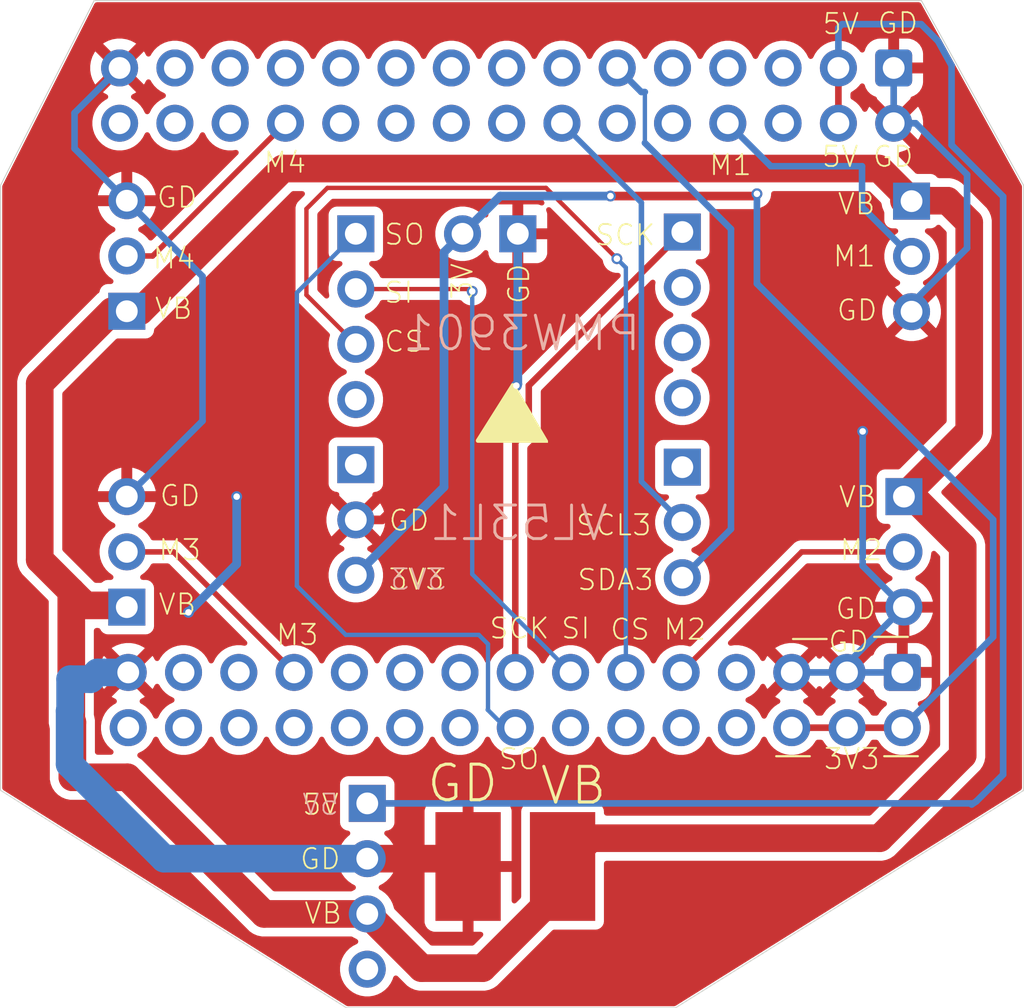
<source format=kicad_pcb>
(kicad_pcb (version 20241229) (generator "pcbnew") (generator_version "9.0")
  (layers (0 "F.Cu" signal) (2 "B.Cu" signal) (13 "F.Paste" user) (15 "B.Paste" user) (5 "F.SilkS" user "F.Silkscreen") (7 "B.SilkS" user "B.Silkscreen") (1 "F.Mask" user) (3 "B.Mask" user) (25 "Edge.Cuts" user))
  (net 0 "")
  (net 1 "/VBAT")
  (net 2 "/GND")
  (net 3 "/M1")
  (net 4 "/M2")
  (net 5 "/M4")
  (net 6 "/M3")
  (net 7 "/3V3")
  (net 8 "/5V")
  (net 9 "/SCK")
  (net 10 "/MISO")
  (net 11 "/MOSI")
  (net 12 "/CS")
  (net 27 "/SDA3")
  (net 28 "/SCL3")
  (footprint "Connector_Wire:SolderWirePad_1x01_SMD_5x10mm" (layer "F.Cu") (at 158.918165 105.046585)
    (property "Reference" "VB_PAD1" (hide yes))
    (property "Value" "Conn_01x01")
    (pad "1" smd rect (at -0.1 5.453415) (size 3 5) (layers "F.Cu" "F.Mask" "F.Paste") (net 1 "/VBAT"))
  )
  (footprint "Connector_PinHeader_2.54mm:PinHeader_1x03_P2.54mm_Vertical" (layer "F.Cu") (at 170.094208 95.970955 -45)
    (property "Reference" "VL53L1_L3" (hide yes))
    (property "Value" "Conn_01x03_Female" (hide yes))
    (pad "1" thru_hole rect (at 1.368136 -4.862594) (size 1.7 1.7) (drill 1) (layers "*.Cu" "*.Mask") (net 1 "/VBAT"))
    (pad "2" thru_hole circle (at 3.164188 -3.066543 315) (size 1.7 1.7) (drill 1) (layers "*.Cu" "*.Mask") (net 4 "/M2"))
    (pad "3" thru_hole circle (at 4.960239 -1.270492 315) (size 1.7 1.7) (drill 1) (layers "*.Cu" "*.Mask") (net 2 "/GND"))
  )
  (footprint "Connector_PinSocket_2.54mm:PinSocket_1x04_P2.54mm_Vertical" (layer "F.Cu") (at 149.320163 81.420143)
    (property "Reference" "PMW3901_R1" (hide yes))
    (property "Value" "Conn_01x04_Female" (hide yes))
    (pad "1" thru_hole rect (at 0 0) (size 1.7 1.7) (drill 1) (layers "*.Cu" "*.Mask") (net 10 "/MISO"))
    (pad "2" thru_hole oval (at 0 2.54) (size 1.7 1.7) (drill 1) (layers "*.Cu" "*.Mask") (net 11 "/MOSI"))
    (pad "3" thru_hole oval (at 0 5.08) (size 1.7 1.7) (drill 1) (layers "*.Cu" "*.Mask") (net 12 "/CS"))
    (pad "4" thru_hole oval (at 0 7.62) (size 1.7 1.7) (drill 1) (layers "*.Cu" "*.Mask"))
  )
  (footprint "Connector_PinHeader_2.54mm:PinHeader_1x03_P2.54mm_Vertical" (layer "F.Cu") (at 138.5 84.8 -45)
    (property "Reference" "VL53L1_L4" (hide yes))
    (property "Value" "Conn_01x03_Female" (hide yes))
    (pad "1" thru_hole rect (at 0.339411 -0.084853 270) (size 1.7 1.7) (drill 1) (layers "*.Cu" "*.Mask") (net 1 "/VBAT"))
    (pad "2" thru_hole circle (at -1.45664 -1.880904 315) (size 1.7 1.7) (drill 1) (layers "*.Cu" "*.Mask") (net 5 "/M4"))
    (pad "3" thru_hole circle (at -3.252691 -3.676955 315) (size 1.7 1.7) (drill 1) (layers "*.Cu" "*.Mask") (net 2 "/GND"))
  )
  (footprint "Connector_PinHeader_2.54mm:PinHeader_1x03_P2.54mm_Vertical" (layer "F.Cu") (at 149.320163 92.031137)
    (property "Reference" "VL53L1_R2" (hide yes))
    (property "Value" "Conn_01x03_Female" (hide yes))
    (pad "1" thru_hole rect (at 0 0) (size 1.7 1.7) (drill 1) (layers "*.Cu" "*.Mask"))
    (pad "2" thru_hole circle (at 0 2.54) (size 1.7 1.7) (drill 1) (layers "*.Cu" "*.Mask") (net 2 "/GND"))
    (pad "3" thru_hole circle (at 0 5.08) (size 1.7 1.7) (drill 1) (layers "*.Cu" "*.Mask") (net 7 "/3V3"))
  )
  (footprint "Connector_PinHeader_2.54mm:PinHeader_1x03_P2.54mm_Vertical" (layer "F.Cu") (at 142.775639 98.946265 -135)
    (property "Reference" "VL53L1_L5" (hide yes))
    (property "Value" "Conn_01x03_Female" (hide yes))
    (pad "1" thru_hole rect (at 2.552213 3.07019 270) (size 1.7 1.7) (drill 1) (layers "*.Cu" "*.Mask") (net 1 "/VBAT"))
    (pad "2" thru_hole circle (at 0.756162 4.866241 225) (size 1.7 1.7) (drill 1) (layers "*.Cu" "*.Mask") (net 6 "/M3"))
    (pad "3" thru_hole circle (at -1.03989 6.662292 225) (size 1.7 1.7) (drill 1) (layers "*.Cu" "*.Mask") (net 2 "/GND"))
  )
  (footprint "Connector_PinHeader_2.54mm:PinHeader_1x02_P2.54mm_Vertical" (layer "F.Cu") (at 156.762832 82.347042 -90)
    (property "Reference" "PMW3901_PWR1" (hide yes))
    (property "Value" "Conn_01x02_Female" (hide yes))
    (pad "1" thru_hole rect (at -0.926899 0 270) (size 1.7 1.7) (drill 1) (layers "*.Cu" "*.Mask") (net 2 "/GND"))
    (pad "2" thru_hole oval (at -0.926899 2.54 270) (size 1.7 1.7) (drill 1) (layers "*.Cu" "*.Mask") (net 7 "/3V3"))
  )
  (footprint "Connector_Wire:SolderWirePad_1x01_SMD_5x10mm" (layer "F.Cu") (at 153.52824 105.111039)
    (property "Reference" "GND_PAD1" (hide yes))
    (property "Value" "Conn_01x01")
    (pad "1" smd rect (at 0.95 5.388961) (size 3 5) (layers "F.Cu" "F.Mask" "F.Paste") (net 2 "/GND"))
  )
  (footprint "Connector_IDC:IDC-Header_2x15_P2.54mm_Vertical" (layer "F.Cu") (at 174.0293 73.798577 -90)
    (property "Reference" "J1" (hide yes))
    (property "Value" "Conn_01x15_MountingPin" (hide yes))
    (pad "1" thru_hole roundrect (at 0 0 270) (size 1.7 1.7) (drill 1) (layers "*.Cu" "*.Mask") (roundrect_rratio 0.147059) (net 2 "/GND"))
    (pad "2" thru_hole circle (at 2.54 0 270) (size 1.7 1.7) (drill 1) (layers "*.Cu" "*.Mask") (net 2 "/GND"))
    (pad "3" thru_hole circle (at 0 2.54 270) (size 1.7 1.7) (drill 1) (layers "*.Cu" "*.Mask") (net 8 "/5V"))
    (pad "4" thru_hole circle (at 2.54 2.54 270) (size 1.7 1.7) (drill 1) (layers "*.Cu" "*.Mask") (net 8 "/5V"))
    (pad "5" thru_hole circle (at 0 5.08 270) (size 1.7 1.7) (drill 1) (layers "*.Cu" "*.Mask"))
    (pad "6" thru_hole circle (at 2.54 5.08 270) (size 1.7 1.7) (drill 1) (layers "*.Cu" "*.Mask"))
    (pad "7" thru_hole circle (at 0 7.62 270) (size 1.7 1.7) (drill 1) (layers "*.Cu" "*.Mask"))
    (pad "8" thru_hole circle (at 2.54 7.62 270) (size 1.7 1.7) (drill 1) (layers "*.Cu" "*.Mask") (net 3 "/M1"))
    (pad "9" thru_hole circle (at 0 10.16 270) (size 1.7 1.7) (drill 1) (layers "*.Cu" "*.Mask"))
    (pad "10" thru_hole circle (at 2.54 10.16 270) (size 1.7 1.7) (drill 1) (layers "*.Cu" "*.Mask"))
    (pad "11" thru_hole circle (at 0 12.7 270) (size 1.7 1.7) (drill 1) (layers "*.Cu" "*.Mask") (net 27 "/SDA3"))
    (pad "12" thru_hole circle (at 2.54 12.7 270) (size 1.7 1.7) (drill 1) (layers "*.Cu" "*.Mask"))
    (pad "13" thru_hole circle (at 0 15.24 270) (size 1.7 1.7) (drill 1) (layers "*.Cu" "*.Mask"))
    (pad "14" thru_hole circle (at 2.54 15.24 270) (size 1.7 1.7) (drill 1) (layers "*.Cu" "*.Mask") (net 28 "/SCL3"))
    (pad "15" thru_hole circle (at 0 17.78 270) (size 1.7 1.7) (drill 1) (layers "*.Cu" "*.Mask"))
    (pad "16" thru_hole circle (at 2.54 17.78 270) (size 1.7 1.7) (drill 1) (layers "*.Cu" "*.Mask"))
    (pad "17" thru_hole circle (at 0 20.32 270) (size 1.7 1.7) (drill 1) (layers "*.Cu" "*.Mask"))
    (pad "18" thru_hole circle (at 2.54 20.32 270) (size 1.7 1.7) (drill 1) (layers "*.Cu" "*.Mask"))
    (pad "19" thru_hole circle (at 0 22.86 270) (size 1.7 1.7) (drill 1) (layers "*.Cu" "*.Mask"))
    (pad "20" thru_hole circle (at 2.54 22.86 270) (size 1.7 1.7) (drill 1) (layers "*.Cu" "*.Mask"))
    (pad "21" thru_hole circle (at 0 25.4 270) (size 1.7 1.7) (drill 1) (layers "*.Cu" "*.Mask"))
    (pad "22" thru_hole circle (at 2.54 25.4 270) (size 1.7 1.7) (drill 1) (layers "*.Cu" "*.Mask"))
    (pad "23" thru_hole circle (at 0 27.94 270) (size 1.7 1.7) (drill 1) (layers "*.Cu" "*.Mask"))
    (pad "24" thru_hole circle (at 2.54 27.94 270) (size 1.7 1.7) (drill 1) (layers "*.Cu" "*.Mask") (net 5 "/M4"))
    (pad "25" thru_hole circle (at 0 30.48 270) (size 1.7 1.7) (drill 1) (layers "*.Cu" "*.Mask"))
    (pad "26" thru_hole circle (at 2.54 30.48 270) (size 1.7 1.7) (drill 1) (layers "*.Cu" "*.Mask"))
    (pad "27" thru_hole circle (at 0 33.02 270) (size 1.7 1.7) (drill 1) (layers "*.Cu" "*.Mask"))
    (pad "28" thru_hole circle (at 2.54 33.02 270) (size 1.7 1.7) (drill 1) (layers "*.Cu" "*.Mask"))
    (pad "29" thru_hole circle (at 0 35.56 270) (size 1.7 1.7) (drill 1) (layers "*.Cu" "*.Mask") (net 2 "/GND"))
    (pad "30" thru_hole circle (at 2.54 35.56 270) (size 1.7 1.7) (drill 1) (layers "*.Cu" "*.Mask"))
  )
  (footprint "Connector_PinSocket_2.54mm:PinSocket_1x04_P2.54mm_Vertical" (layer "F.Cu") (at 149.84652 107.6)
    (property "Reference" "REG1" (hide yes))
    (property "Value" "Conn_01x04_Female" (hide yes))
    (pad "1" thru_hole rect (at 0 0) (size 1.7 1.7) (drill 1) (layers "*.Cu" "*.Mask") (net 8 "/5V"))
    (pad "2" thru_hole oval (at 0 2.54) (size 1.7 1.7) (drill 1) (layers "*.Cu" "*.Mask") (net 2 "/GND"))
    (pad "3" thru_hole oval (at 0 5.08) (size 1.7 1.7) (drill 1) (layers "*.Cu" "*.Mask") (net 1 "/VBAT"))
    (pad "4" thru_hole oval (at 0 7.62) (size 1.7 1.7) (drill 1) (layers "*.Cu" "*.Mask"))
  )
  (footprint "Connector_IDC:IDC-Header_2x15_P2.54mm_Vertical" (layer "F.Cu") (at 174.426179 101.58 -90)
    (property "Reference" "J2" (hide yes))
    (property "Value" "Conn_01x15_MountingPin" (hide yes))
    (pad "1" thru_hole roundrect (at 0 0 270) (size 1.7 1.7) (drill 1) (layers "*.Cu" "*.Mask") (roundrect_rratio 0.147059) (net 2 "/GND"))
    (pad "2" thru_hole circle (at 2.54 0 270) (size 1.7 1.7) (drill 1) (layers "*.Cu" "*.Mask") (net 7 "/3V3"))
    (pad "3" thru_hole circle (at 0 2.54 270) (size 1.7 1.7) (drill 1) (layers "*.Cu" "*.Mask") (net 2 "/GND"))
    (pad "4" thru_hole circle (at 2.54 2.54 270) (size 1.7 1.7) (drill 1) (layers "*.Cu" "*.Mask") (net 7 "/3V3"))
    (pad "5" thru_hole circle (at 0 5.08 270) (size 1.7 1.7) (drill 1) (layers "*.Cu" "*.Mask") (net 2 "/GND"))
    (pad "6" thru_hole circle (at 2.54 5.08 270) (size 1.7 1.7) (drill 1) (layers "*.Cu" "*.Mask") (net 7 "/3V3"))
    (pad "7" thru_hole circle (at 0 7.62 270) (size 1.7 1.7) (drill 1) (layers "*.Cu" "*.Mask"))
    (pad "8" thru_hole circle (at 2.54 7.62 270) (size 1.7 1.7) (drill 1) (layers "*.Cu" "*.Mask"))
    (pad "9" thru_hole circle (at 0 10.16 270) (size 1.7 1.7) (drill 1) (layers "*.Cu" "*.Mask") (net 4 "/M2"))
    (pad "10" thru_hole circle (at 2.54 10.16 270) (size 1.7 1.7) (drill 1) (layers "*.Cu" "*.Mask"))
    (pad "11" thru_hole circle (at 0 12.7 270) (size 1.7 1.7) (drill 1) (layers "*.Cu" "*.Mask") (net 12 "/CS"))
    (pad "12" thru_hole circle (at 2.54 12.7 270) (size 1.7 1.7) (drill 1) (layers "*.Cu" "*.Mask"))
    (pad "13" thru_hole circle (at 0 15.24 270) (size 1.7 1.7) (drill 1) (layers "*.Cu" "*.Mask") (net 11 "/MOSI"))
    (pad "14" thru_hole circle (at 2.54 15.24 270) (size 1.7 1.7) (drill 1) (layers "*.Cu" "*.Mask"))
    (pad "15" thru_hole circle (at 0 17.78 270) (size 1.7 1.7) (drill 1) (layers "*.Cu" "*.Mask") (net 9 "/SCK"))
    (pad "16" thru_hole circle (at 2.54 17.78 270) (size 1.7 1.7) (drill 1) (layers "*.Cu" "*.Mask") (net 10 "/MISO"))
    (pad "17" thru_hole circle (at 0 20.32 270) (size 1.7 1.7) (drill 1) (layers "*.Cu" "*.Mask"))
    (pad "18" thru_hole circle (at 2.54 20.32 270) (size 1.7 1.7) (drill 1) (layers "*.Cu" "*.Mask"))
    (pad "19" thru_hole circle (at 0 22.86 270) (size 1.7 1.7) (drill 1) (layers "*.Cu" "*.Mask"))
    (pad "20" thru_hole circle (at 2.54 22.86 270) (size 1.7 1.7) (drill 1) (layers "*.Cu" "*.Mask"))
    (pad "21" thru_hole circle (at 0 25.4 270) (size 1.7 1.7) (drill 1) (layers "*.Cu" "*.Mask"))
    (pad "22" thru_hole circle (at 2.54 25.4 270) (size 1.7 1.7) (drill 1) (layers "*.Cu" "*.Mask"))
    (pad "23" thru_hole circle (at 0 27.94 270) (size 1.7 1.7) (drill 1) (layers "*.Cu" "*.Mask") (net 6 "/M3"))
    (pad "24" thru_hole circle (at 2.54 27.94 270) (size 1.7 1.7) (drill 1) (layers "*.Cu" "*.Mask"))
    (pad "25" thru_hole circle (at 0 30.48 270) (size 1.7 1.7) (drill 1) (layers "*.Cu" "*.Mask"))
    (pad "26" thru_hole circle (at 2.54 30.48 270) (size 1.7 1.7) (drill 1) (layers "*.Cu" "*.Mask"))
    (pad "27" thru_hole circle (at 0 33.02 270) (size 1.7 1.7) (drill 1) (layers "*.Cu" "*.Mask"))
    (pad "28" thru_hole circle (at 2.54 33.02 270) (size 1.7 1.7) (drill 1) (layers "*.Cu" "*.Mask"))
    (pad "29" thru_hole circle (at 0 35.56 270) (size 1.7 1.7) (drill 1) (layers "*.Cu" "*.Mask") (net 2 "/GND"))
    (pad "30" thru_hole circle (at 2.54 35.56 270) (size 1.7 1.7) (drill 1) (layers "*.Cu" "*.Mask"))
  )
  (footprint "Connector_PinHeader_2.54mm:PinHeader_1x03_P2.54mm_Vertical" (layer "F.Cu") (at 174.85 79.92)
    (property "Reference" "M1_GND1" (hide yes))
    (property "Value" "Conn_01x03_Female" (hide yes))
    (pad "1" thru_hole rect (at 0 0) (size 1.7 1.7) (drill 1) (layers "*.Cu" "*.Mask") (net 1 "/VBAT"))
    (pad "2" thru_hole circle (at 0 2.54) (size 1.7 1.7) (drill 1) (layers "*.Cu" "*.Mask") (net 3 "/M1"))
    (pad "3" thru_hole circle (at 0 5.08) (size 1.7 1.7) (drill 1) (layers "*.Cu" "*.Mask") (net 2 "/GND"))
  )
  (footprint "Connector_PinSocket_2.54mm:PinSocket_1x04_P2.54mm_Vertical" (layer "F.Cu") (at 164.320163 81.340143)
    (property "Reference" "PMW3901_L1" (hide yes))
    (property "Value" "Conn_01x04_Female" (hide yes))
    (pad "1" thru_hole rect (at 0 0) (size 1.7 1.7) (drill 1) (layers "*.Cu" "*.Mask") (net 9 "/SCK"))
    (pad "2" thru_hole oval (at 0 2.54) (size 1.7 1.7) (drill 1) (layers "*.Cu" "*.Mask"))
    (pad "3" thru_hole oval (at 0 5.08) (size 1.7 1.7) (drill 1) (layers "*.Cu" "*.Mask"))
    (pad "4" thru_hole oval (at 0 7.62) (size 1.7 1.7) (drill 1) (layers "*.Cu" "*.Mask"))
  )
  (footprint "Connector_PinHeader_2.54mm:PinHeader_1x03_P2.54mm_Vertical" (layer "F.Cu") (at 164.320163 92.146363)
    (property "Reference" "VL53L1_R1" (hide yes))
    (property "Value" "Conn_01x03_Female" (hide yes))
    (pad "1" thru_hole rect (at 0 0) (size 1.7 1.7) (drill 1) (layers "*.Cu" "*.Mask"))
    (pad "2" thru_hole oval (at 0 2.54) (size 1.7 1.7) (drill 1) (layers "*.Cu" "*.Mask") (net 28 "/SCL3"))
    (pad "3" thru_hole oval (at 0 5.08) (size 1.7 1.7) (drill 1) (layers "*.Cu" "*.Mask") (net 27 "/SDA3"))
  )
  (gr_line (start 173.594342 105.431835) (end 175.138966 105.431542) (stroke (width 0.1)) (layer "F.SilkS"))
  (gr_poly (pts (xy 156.535197 88.385283) (xy 154.932897 90.927705) (xy 158.032832 90.927705)) (stroke (width 0.2)) (fill yes) (layer "F.SilkS"))
  (gr_line (start 168.632002 105.431835) (end 170.176626 105.431542) (stroke (width 0.1)) (layer "F.SilkS"))
  (gr_line (start 169.404314 100.043827) (end 170.948938 100.043534) (stroke (width 0.1)) (layer "F.SilkS"))
  (gr_line (start 173.134377 99.945623) (end 174.679001 99.94533) (stroke (width 0.1)) (layer "F.SilkS"))
  (gr_line (start 137.3 70.7) (end 175.3 70.7) (stroke (width 0.05)) (layer "Edge.Cuts"))
  (gr_line (start 180 79.2) (end 180 107) (stroke (width 0.05)) (layer "Edge.Cuts"))
  (gr_line (start 175.3 70.7) (end 180 79.2) (stroke (width 0.05)) (layer "Edge.Cuts"))
  (gr_line (start 148.9 117) (end 164 117) (stroke (width 0.05)) (layer "Edge.Cuts"))
  (gr_line (start 137.3 70.7) (end 133 79.2) (stroke (width 0.05)) (layer "Edge.Cuts"))
  (gr_line (start 133 107) (end 148.9 117) (stroke (width 0.05)) (layer "Edge.Cuts"))
  (gr_line (start 180 107) (end 164 117) (stroke (width 0.05)) (layer "Edge.Cuts"))
  (gr_line (start 133 79.2) (end 133 107) (stroke (width 0.05)) (layer "Edge.Cuts"))
  (gr_text "" (at 146.257571 95.709049 0) (layer "F.Cu") (effects (font (size 0.93472 0.93472) (thickness 0.08128)) (justify left bottom)))
  (gr_text "3V" (at 154.761104 84.50611 90) (layer "F.SilkS") (effects (font (size 0.93472 0.93472) (thickness 0.08128)) (justify left bottom)))
  (gr_text "M3" (at 145.6 100.4 0) (layer "F.SilkS") (effects (font (size 0.93472 0.93472) (thickness 0.08128)) (justify left bottom)))
  (gr_text "SI" (at 150.570163 84.670143 0) (layer "F.SilkS") (effects (font (size 0.93472 0.93472) (thickness 0.08128)) (justify left bottom)))
  (gr_text "5V" (at 170.70678 72.3211 0) (layer "F.SilkS") (effects (font (size 0.93472 0.93472) (thickness 0.08128)) (justify left bottom)))
  (gr_text "M2" (at 171.5 96.5 0) (layer "F.SilkS") (effects (font (size 0.93472 0.93472) (thickness 0.08128)) (justify left bottom)))
  (gr_text "GD" (at 171.3 99.2 0) (layer "F.SilkS") (effects (font (size 0.93472 0.93472) (thickness 0.08128)) (justify left bottom)))
  (gr_text "CS" (at 160.95 100.15 0) (layer "F.SilkS") (effects (font (size 0.93472 0.93472) (thickness 0.08128)) (justify left bottom)))
  (gr_text "SO" (at 150.570163 81.999762 0) (layer "F.SilkS") (effects (font (size 0.93472 0.93472) (thickness 0.08128)) (justify left bottom)))
  (gr_text "M2" (at 163.4 100.15 0) (layer "F.SilkS") (effects (font (size 0.93472 0.93472) (thickness 0.08128)) (justify left bottom)))
  (gr_text "5V" (at 146.8 108.2 0) (layer "F.SilkS") (effects (font (size 0.93472 0.93472) (thickness 0.08128)) (justify left bottom)))
  (gr_text "VB" (at 171.4 80.6 0) (layer "F.SilkS") (effects (font (size 0.93472 0.93472) (thickness 0.08128)) (justify left bottom)))
  (gr_text "M3" (at 140.2 96.5 0) (layer "F.SilkS") (effects (font (size 0.93472 0.93472) (thickness 0.08128)) (justify left bottom)))
  (gr_text "GD" (at 173.337225 84.38865 0) (layer "F.SilkS") (effects (font (size 0.93472 0.93472) (thickness 0.08128)) (justify right top)))
  (gr_text "3V3" (at 170.762438 106.1 0) (layer "F.SilkS") (effects (font (size 0.93472 0.93472) (thickness 0.08128)) (justify left bottom)))
  (gr_text "GD" (at 152.755028 94.051015 0) (layer "F.SilkS") (effects (font (size 0.93472 0.93472) (thickness 0.08128)) (justify right top)))
  (gr_text "M1" (at 171.186795 83 0) (layer "F.SilkS") (effects (font (size 0.93472 0.93472) (thickness 0.08128)) (justify left bottom)))
  (gr_text "SCK" (at 160.267676 82.023472 0) (layer "F.SilkS") (effects (font (size 0.93472 0.93472) (thickness 0.08128)) (justify left bottom)))
  (gr_text "GD" (at 157.361104 84.70611 90) (layer "F.SilkS") (effects (font (size 0.93472 0.93472) (thickness 0.08128)) (justify left bottom)))
  (gr_text "SI" (at 158.7 100.1 0) (layer "F.SilkS") (effects (font (size 0.93472 0.93472) (thickness 0.08128)) (justify left bottom)))
  (gr_text "SO" (at 155.831781 106.107079 0) (layer "F.SilkS") (effects (font (size 0.93472 0.93472) (thickness 0.08128)) (justify left bottom)))
  (gr_text "SDA3" (at 159.4403 97.872285 0) (layer "F.SilkS") (effects (font (size 0.93472 0.93472) (thickness 0.08128)) (justify left bottom)))
  (gr_text "3V3" (at 153.451134 96.758097 0) (layer "F.SilkS") (effects (font (size 0.93472 0.93472) (thickness 0.08128)) (justify right top)))
  (gr_text "VB" (at 141.872104 84.310225 0) (layer "F.SilkS") (effects (font (size 0.93472 0.93472) (thickness 0.08128)) (justify right top)))
  (gr_text "GD" (at 173.016393 78.421661 0) (layer "F.SilkS") (effects (font (size 0.93472 0.93472) (thickness 0.08128)) (justify left bottom)))
  (gr_text "GD" (at 146.7 110.7 0) (layer "F.SilkS") (effects (font (size 0.93472 0.93472) (thickness 0.08128)) (justify left bottom)))
  (gr_text "M4" (at 147.1 77.6 0) (layer "F.SilkS") (effects (font (size 0.93472 0.93472) (thickness 0.08128)) (justify right top)))
  (gr_text "M4" (at 142 82 0) (layer "F.SilkS") (effects (font (size 0.93472 0.93472) (thickness 0.08128)) (justify right top)))
  (gr_text "SCK" (at 155.4 100.1 0) (layer "F.SilkS") (effects (font (size 0.93472 0.93472) (thickness 0.08128)) (justify left bottom)))
  (gr_text "VB" (at 171.449817 94.06269 0) (layer "F.SilkS") (effects (font (size 0.93472 0.93472) (thickness 0.08128)) (justify left bottom)))
  (gr_text "GD" (at 142.1 79.2 0) (layer "F.SilkS") (effects (font (size 0.93472 0.93472) (thickness 0.08128)) (justify right top)))
  (gr_text "GD" (at 170.970912 100.715226 0) (layer "F.SilkS") (effects (font (size 0.93472 0.93472) (thickness 0.08128)) (justify left bottom)))
  (gr_text "5V" (at 170.670972 78.421661 0) (layer "F.SilkS") (effects (font (size 0.93472 0.93472) (thickness 0.08128)) (justify left bottom)))
  (gr_text "VB" (at 157.706229 107.742166 0) (layer "F.SilkS") (effects (font (size 1.63576 1.63576) (thickness 0.14224)) (justify left bottom)))
  (gr_text "GD" (at 152.49832 107.639039 0) (layer "F.SilkS") (effects (font (size 1.63576 1.63576) (thickness 0.14224)) (justify left bottom)))
  (gr_text "CS" (at 150.570163 86.920143 0) (layer "F.SilkS") (effects (font (size 0.93472 0.93472) (thickness 0.08128)) (justify left bottom)))
  (gr_text "VB" (at 140.2 99 0) (layer "F.SilkS") (effects (font (size 0.93472 0.93472) (thickness 0.08128)) (justify left bottom)))
  (gr_text "M1" (at 165.5 78.8 0) (layer "F.SilkS") (effects (font (size 0.93472 0.93472) (thickness 0.08128)) (justify left bottom)))
  (gr_text "GD" (at 140.256805 94.009766 0) (layer "F.SilkS") (effects (font (size 0.93472 0.93472) (thickness 0.08128)) (justify left bottom)))
  (gr_text "VB" (at 146.9 113.2 0) (layer "F.SilkS") (effects (font (size 0.93472 0.93472) (thickness 0.08128)) (justify left bottom)))
  (gr_text "GD" (at 173.231241 72.285292 0) (layer "F.SilkS") (effects (font (size 0.93472 0.93472) (thickness 0.08128)) (justify left bottom)))
  (gr_text "SCL3\n" (at 159.380374 95.355406 0) (layer "F.SilkS") (effects (font (size 0.93472 0.93472) (thickness 0.08128)) (justify left bottom)))
  (gr_text "5V" (at 148.6 108.2 0) (layer "B.SilkS") (effects (font (size 0.93472 0.93472) (thickness 0.08128)) (justify left bottom mirror)))
  (gr_text "3V3" (at 150.851134 96.758097 0) (layer "B.SilkS") (effects (font (size 0.93472 0.93472) (thickness 0.08128)) (justify right top mirror)))
  (gr_text "PMW3901" (at 162.502489 86.900086 0) (layer "B.SilkS") (effects (font (size 1.542288 1.542288) (thickness 0.134112)) (justify left bottom mirror)))
  (gr_text "VL53L1" (at 161.008457 95.623668 0) (layer "B.SilkS") (effects (font (size 1.542288 1.542288) (thickness 0.134112)) (justify left bottom mirror)))
  (segment (start 136.25 97.85) (end 136.25 103.820869) (width 1.27) (layer "F.Cu") (net 1))
  (segment (start 136.25 97.85) (end 136.7 98.3) (width 1.27) (layer "F.Cu") (net 1))
  (segment (start 136.3 103.870869) (end 136.3 106.4) (width 1.27) (layer "F.Cu") (net 1))
  (segment (start 155.146054 115.172111) (end 158.818165 111.5) (width 1.27) (layer "F.Cu") (net 1))
  (segment (start 152.338631 115.172111) (end 155.146054 115.172111) (width 1.27) (layer "F.Cu") (net 1))
  (segment (start 139.409169 84.98) (end 145.967508 78.421661) (width 1.27) (layer "F.Cu") (net 1))
  (segment (start 136.7 98.3) (end 136.7 98.5) (width 1.27) (layer "F.Cu") (net 1))
  (segment (start 177.2 105.386427) (end 173.386427 109.2) (width 1.27) (layer "F.Cu") (net 1))
  (segment (start 136.3 106.4) (end 138.829131 106.4) (width 1.27) (layer "F.Cu") (net 1))
  (segment (start 173.386427 109.2) (end 160.118165 109.2) (width 1.27) (layer "F.Cu") (net 1))
  (segment (start 134.8 88.3) (end 134.8 96.4) (width 1.27) (layer "F.Cu") (net 1))
  (segment (start 158.818165 111.5) (end 158.818165 110.5) (width 1.27) (layer "F.Cu") (net 1))
  (segment (start 149.84652 112.68) (end 152.338631 115.172111) (width 1.27) (layer "F.Cu") (net 1))
  (segment (start 176.5 79.9) (end 177.5 80.9) (width 1.27) (layer "F.Cu") (net 1))
  (segment (start 145.967508 78.421661) (end 173.351661 78.421661) (width 1.27) (layer "F.Cu") (net 1))
  (segment (start 138.12 84.98) (end 134.8 88.3) (width 1.27) (layer "F.Cu") (net 1))
  (segment (start 177.5 90.499999) (end 174.499999 93.5) (width 1.27) (layer "F.Cu") (net 1))
  (segment (start 138.72 98.5) (end 138.8 98.58) (width 1.27) (layer "F.Cu") (net 1))
  (segment (start 134.8 96.4) (end 136.25 97.85) (width 1.27) (layer "F.Cu") (net 1))
  (segment (start 136.7 98.5) (end 138.72 98.5) (width 1.27) (layer "F.Cu") (net 1))
  (segment (start 174.499999 93.5) (end 174.9 93.5) (width 1.27) (layer "F.Cu") (net 1))
  (segment (start 173.351661 78.421661) (end 174.85 79.92) (width 1.27) (layer "F.Cu") (net 1))
  (segment (start 177.2 95.8) (end 177.2 105.386427) (width 1.27) (layer "F.Cu") (net 1))
  (segment (start 174.9 93.5) (end 177.2 95.8) (width 1.27) (layer "F.Cu") (net 1))
  (segment (start 160.118165 109.2) (end 158.818165 110.5) (width 1.27) (layer "F.Cu") (net 1))
  (segment (start 174.5 79.9) (end 176.5 79.9) (width 1.27) (layer "F.Cu") (net 1))
  (segment (start 138.8 84.98) (end 138.12 84.98) (width 1.27) (layer "F.Cu") (net 1))
  (segment (start 136.25 103.820869) (end 136.3 103.870869) (width 1.27) (layer "F.Cu") (net 1))
  (segment (start 145.109131 112.68) (end 149.84652 112.68) (width 1.27) (layer "F.Cu") (net 1))
  (segment (start 138.8 84.98) (end 139.409169 84.98) (width 1.27) (layer "F.Cu") (net 1))
  (segment (start 177.5 80.9) (end 177.5 90.499999) (width 1.27) (layer "F.Cu") (net 1))
  (segment (start 138.829131 106.4) (end 145.109131 112.68) (width 1.27) (layer "F.Cu") (net 1))
  (segment (start 172.604355 87.245645) (end 174.85 85) (width 0.3048) (layer "F.Cu") (net 2))
  (segment (start 143.847663 93.5) (end 138.8 93.5) (width 0.4) (layer "F.Cu") (net 2))
  (segment (start 149.320163 94.571137) (end 148.249026 93.5) (width 0.4) (layer "F.Cu") (net 2))
  (segment (start 154.11824 110.14) (end 154.47824 110.5) (width 0.2) (layer "F.Cu") (net 2))
  (segment (start 149.320163 94.571137) (end 150.522244 94.571137) (width 0.4) (layer "F.Cu") (net 2))
  (segment (start 138.8 93.04) (end 138.8 93.5) (width 0.3048) (layer "F.Cu") (net 2))
  (segment (start 156.695164 88.398218) (end 156.762832 88.330549) (width 0.4) (layer "F.Cu") (net 2))
  (segment (start 138.866179 101.58) (end 141.627087 98.819092) (width 0.4) (layer "F.Cu") (net 2))
  (segment (start 148.249026 93.5) (end 143.847663 93.5) (width 0.4) (layer "F.Cu") (net 2))
  (segment (start 150.522244 94.571137) (end 156.695164 88.398218) (width 0.4) (layer "F.Cu") (net 2))
  (segment (start 172.604355 90.501811) (end 172.604355 87.245645) (width 0.3048) (layer "F.Cu") (net 2))
  (segment (start 149.84652 110.14) (end 154.11824 110.14) (width 1.27) (layer "F.Cu") (net 2))
  (segment (start 141.627087 98.819092) (end 141.63254 98.819092) (width 0.4) (layer "F.Cu") (net 2))
  (via (at 143.847663 93.5) (size 0.5) (drill 0.3) (layers "F.Cu" "B.Cu") (net 2))
  (via (at 172.604355 90.501811) (size 0.5) (drill 0.3) (layers "F.Cu" "B.Cu") (net 2))
  (via (at 156.695164 88.398218) (size 0.5) (drill 0.3) (layers "F.Cu" "B.Cu") (net 2))
  (via (at 141.63254 98.819092) (size 0.5) (drill 0.3) (layers "F.Cu" "B.Cu") (net 2))
  (segment (start 136.195478 101.890806) (end 137.140808 101.890806) (width 1.27) (layer "B.Cu") (net 2))
  (segment (start 137.140808 101.890806) (end 137.451614 101.58) (width 1.27) (layer "B.Cu") (net 2))
  (segment (start 177.4 82.08) (end 177.4 78.7) (width 0.3048) (layer "B.Cu") (net 2))
  (segment (start 149.84652 110.14) (end 140.512958 110.14) (width 1.27) (layer "B.Cu") (net 2))
  (segment (start 169.346179 101.58) (end 171.886179 101.58) (width 0.3048) (layer "B.Cu") (net 2))
  (segment (start 142.277678 83.377678) (end 142.277678 90.022322) (width 0.3048) (layer "B.Cu") (net 2))
  (segment (start 136.4 75.867877) (end 136.4 77.5) (width 0.3048) (layer "B.Cu") (net 2))
  (segment (start 172.604355 96.684355) (end 172.604355 90.501811) (width 0.3048) (layer "B.Cu") (net 2))
  (segment (start 143.847663 93.5) (end 143.847663 96.598516) (width 0.4) (layer "B.Cu") (net 2))
  (segment (start 171.886179 101.193821) (end 171.886179 101.58) (width 0.3048) (layer "B.Cu") (net 2))
  (segment (start 136.195478 103.330286) (end 136.195478 101.890806) (width 1.27) (layer "B.Cu") (net 2))
  (segment (start 140.512958 110.14) (end 136.173993 105.801035) (width 1.27) (layer "B.Cu") (net 2))
  (segment (start 174.5 98.58) (end 171.886179 101.193821) (width 0.3048) (layer "B.Cu") (net 2))
  (segment (start 177.4 78.7) (end 175.038577 76.338577) (width 0.3048) (layer "B.Cu") (net 2))
  (segment (start 174.5 84.98) (end 177.4 82.08) (width 0.3048) (layer "B.Cu") (net 2))
  (segment (start 138.4693 73.798577) (end 136.4 75.867877) (width 0.3048) (layer "B.Cu") (net 2))
  (segment (start 142.277678 90.022322) (end 138.8 93.5) (width 0.3048) (layer "B.Cu") (net 2))
  (segment (start 171.886179 101.58) (end 174.426179 101.58) (width 0.3048) (layer "B.Cu") (net 2))
  (segment (start 138.8 79.9) (end 142.277678 83.377678) (width 0.3048) (layer "B.Cu") (net 2))
  (segment (start 175.038577 76.338577) (end 174.0293 76.338577) (width 0.3048) (layer "B.Cu") (net 2))
  (segment (start 136.173993 105.801035) (end 136.173993 103.351771) (width 1.27) (layer "B.Cu") (net 2))
  (segment (start 156.762832 88.33055) (end 156.762832 81.420143) (width 0.4) (layer "B.Cu") (net 2))
  (segment (start 174.0293 73.798577) (end 174.0293 76.086461) (width 0.3048) (layer "B.Cu") (net 2))
  (segment (start 136.4 77.5) (end 138.8 79.9) (width 0.3048) (layer "B.Cu") (net 2))
  (segment (start 137.451614 101.58) (end 138.866179 101.58) (width 1.27) (layer "B.Cu") (net 2))
  (segment (start 141.63254 98.813639) (end 143.847663 96.598516) (width 0.4) (layer "B.Cu") (net 2))
  (segment (start 156.695164 88.398218) (end 156.762832 88.33055) (width 0.4) (layer "B.Cu") (net 2))
  (segment (start 141.63254 98.819092) (end 141.63254 98.813639) (width 0.4) (layer "B.Cu") (net 2))
  (segment (start 136.173993 103.351771) (end 136.195478 103.330286) (width 1.27) (layer "B.Cu") (net 2))
  (segment (start 174.5 98.58) (end 172.604355 96.684355) (width 0.3048) (layer "B.Cu") (net 2))
  (segment (start 172.57508 78.314243) (end 172.57508 80.18508) (width 0.3) (layer "B.Cu") (net 3))
  (segment (start 166.4093 76.338577) (end 168.384966 78.314243) (width 0.3) (layer "B.Cu") (net 3))
  (segment (start 168.384966 78.314243) (end 172.57508 78.314243) (width 0.3) (layer "B.Cu") (net 3))
  (segment (start 172.57508 80.18508) (end 174.85 82.46) (width 0.3) (layer "B.Cu") (net 3))
  (segment (start 169.806179 96.04) (end 164.266179 101.58) (width 0.254) (layer "F.Cu") (net 4))
  (segment (start 174.5 96.04) (end 169.806179 96.04) (width 0.254) (layer "F.Cu") (net 4))
  (segment (start 146.0893 76.338577) (end 139.987877 82.44) (width 0.254) (layer "F.Cu") (net 5))
  (segment (start 139.987877 82.44) (end 138.8 82.44) (width 0.254) (layer "F.Cu") (net 5))
  (segment (start 140.946179 96.04) (end 146.486179 101.58) (width 0.254) (layer "F.Cu") (net 6))
  (segment (start 138.8 96.04) (end 140.946179 96.04) (width 0.254) (layer "F.Cu") (net 6))
  (segment (start 169.346179 104.12) (end 171.886179 104.12) (width 0.3048) (layer "F.Cu") (net 7))
  (segment (start 167.642275 79.686133) (end 167.746715 79.581693) (width 0.4) (layer "F.Cu") (net 7))
  (segment (start 171.886179 104.12) (end 174.426179 104.12) (width 0.3048) (layer "F.Cu") (net 7))
  (segment (start 161.017802 79.686133) (end 167.642275 79.686133) (width 0.4) (layer "F.Cu") (net 7))
  (via (at 167.746715 79.581693) (size 0.5) (drill 0.3) (layers "F.Cu" "B.Cu") (net 7))
  (via (at 161.017802 79.686133) (size 0.5) (drill 0.3) (layers "F.Cu" "B.Cu") (net 7))
  (segment (start 153.372832 93.058468) (end 149.320163 97.111137) (width 0.4) (layer "B.Cu") (net 7))
  (segment (start 178.6 94.564959) (end 169.559634 85.524593) (width 0.3048) (layer "B.Cu") (net 7))
  (segment (start 153.372832 82.270143) (end 153.372832 93.058468) (width 0.4) (layer "B.Cu") (net 7))
  (segment (start 178.6 99.946179) (end 174.426179 104.12) (width 0.3048) (layer "B.Cu") (net 7))
  (segment (start 167.746715 79.581693) (end 167.746715 79.715973) (width 0.3048) (layer "B.Cu") (net 7))
  (segment (start 178.6 99.946179) (end 178.6 94.564959) (width 0.3048) (layer "B.Cu") (net 7))
  (segment (start 154.222832 81.420143) (end 155.956842 79.686133) (width 0.4) (layer "B.Cu") (net 7))
  (segment (start 169.559634 85.524593) (end 167.746715 83.711674) (width 0.3048) (layer "B.Cu") (net 7))
  (segment (start 154.222832 81.420143) (end 153.372832 82.270143) (width 0.4) (layer "B.Cu") (net 7))
  (segment (start 161.017802 79.686133) (end 161.032722 79.686133) (width 0.4) (layer "B.Cu") (net 7))
  (segment (start 167.746715 83.711674) (end 167.746715 79.581693) (width 0.3048) (layer "B.Cu") (net 7))
  (segment (start 155.956842 79.686133) (end 161.017802 79.686133) (width 0.4) (layer "B.Cu") (net 7))
  (segment (start 171.4893 73.798577) (end 171.4893 76.338577) (width 0.3048) (layer "F.Cu") (net 8))
  (segment (start 171.4893 71.957243) (end 171.660254 71.786289) (width 0.3048) (layer "B.Cu") (net 8))
  (segment (start 171.660254 71.786289) (end 175.290783 71.786289) (width 0.3048) (layer "B.Cu") (net 8))
  (segment (start 177.821917 107.509443) (end 177.612499 107.649055) (width 0.3048) (layer "B.Cu") (net 8))
  (segment (start 171.4893 73.798577) (end 171.4893 71.957243) (width 0.3048) (layer "B.Cu") (net 8))
  (segment (start 175.290783 71.786289) (end 176.068105 72.563611) (width 0.3048) (layer "B.Cu") (net 8))
  (segment (start 176.688322 77.34033) (end 179.0582 79.710208) (width 0.3048) (layer "B.Cu") (net 8))
  (segment (start 176.688322 73.68528) (end 176.688322 77.34033) (width 0.3048) (layer "B.Cu") (net 8))
  (segment (start 177.563444 107.6) (end 149.84652 107.6) (width 0.3048) (layer "B.Cu") (net 8))
  (segment (start 179.0582 106.27316) (end 177.821917 107.509443) (width 0.3048) (layer "B.Cu") (net 8))
  (segment (start 176.068105 72.563611) (end 176.688322 73.68528) (width 0.3048) (layer "B.Cu") (net 8))
  (segment (start 177.612499 107.649055) (end 177.563444 107.6) (width 0.3048) (layer "B.Cu") (net 8))
  (segment (start 179.0582 79.710208) (end 179.0582 106.27316) (width 0.3048) (layer "B.Cu") (net 8))
  (segment (start 157.266232 88.394074) (end 164.320163 81.340143) (width 0.3) (layer "F.Cu") (net 9))
  (segment (start 156.646179 91) (end 156.646179 101.58) (width 0.3) (layer "F.Cu") (net 9))
  (segment (start 156.646179 91) (end 157.266232 90.379947) (width 0.3) (layer "F.Cu") (net 9))
  (segment (start 164.320163 81.340143) (end 164.320163 81.414422) (width 0.2) (layer "F.Cu") (net 9))
  (segment (start 157.266232 90.379947) (end 157.266232 88.394074) (width 0.3) (layer "F.Cu") (net 9))
  (segment (start 146.613266 84.12704) (end 146.613266 97.606643) (width 0.2) (layer "B.Cu") (net 10))
  (segment (start 149.320163 81.420143) (end 146.613266 84.12704) (width 0.2) (layer "B.Cu") (net 10))
  (segment (start 155.393055 100.277343) (end 155.393055 103.286206) (width 0.2) (layer "B.Cu") (net 10))
  (segment (start 156.201983 104.12) (end 156.646179 104.12) (width 0.2) (layer "B.Cu") (net 10))
  (segment (start 154.970322 99.85461) (end 155.393055 100.277343) (width 0.2) (layer "B.Cu") (net 10))
  (segment (start 155.393055 103.286206) (end 155.380622 103.298639) (width 0.2) (layer "B.Cu") (net 10))
  (segment (start 146.613266 97.606643) (end 148.861233 99.85461) (width 0.2) (layer "B.Cu") (net 10))
  (segment (start 155.380622 103.298639) (end 156.201983 104.12) (width 0.2) (layer "B.Cu") (net 10))
  (segment (start 148.861233 99.85461) (end 154.970322 99.85461) (width 0.2) (layer "B.Cu") (net 10))
  (segment (start 154.56348 83.960143) (end 149.320163 83.960143) (width 0.2) (layer "F.Cu") (net 11))
  (segment (start 154.66833 84.064993) (end 154.56348 83.960143) (width 0.2) (layer "F.Cu") (net 11))
  (via (at 154.66833 84.064993) (size 0.5) (drill 0.3) (layers "F.Cu" "B.Cu") (net 11))
  (segment (start 154.66833 97.062151) (end 154.66833 84.064993) (width 0.2) (layer "B.Cu") (net 11))
  (segment (start 149.277383 84.002923) (end 149.320163 83.960143) (width 0.2) (layer "B.Cu") (net 11))
  (segment (start 154.66833 84.064993) (end 154.66833 84.003698) (width 0.2) (layer "B.Cu") (net 11))
  (segment (start 159.186179 101.58) (end 154.66833 97.062151) (width 0.2) (layer "B.Cu") (net 11))
  (segment (start 147.051395 80.274616) (end 148.01595 79.310061) (width 0.2) (layer "F.Cu") (net 12))
  (segment (start 148.01595 79.310061) (end 158.059876 79.310061) (width 0.2) (layer "F.Cu") (net 12))
  (segment (start 149.320163 86.500143) (end 147.051395 84.231375) (width 0.2) (layer "F.Cu") (net 12))
  (segment (start 161.313849 82.564034) (end 161.375725 82.62591) (width 0.2) (layer "F.Cu") (net 12))
  (segment (start 147.051395 84.231375) (end 147.051395 80.274616) (width 0.2) (layer "F.Cu") (net 12))
  (segment (start 158.059876 79.310061) (end 161.313849 82.564034) (width 0.2) (layer "F.Cu") (net 12))
  (via (at 161.313849 82.564034) (size 0.5) (drill 0.3) (layers "F.Cu" "B.Cu") (net 12))
  (segment (start 161.313849 82.564034) (end 161.726179 82.976364) (width 0.2) (layer "B.Cu") (net 12))
  (segment (start 161.726179 82.976364) (end 161.726179 101.58) (width 0.2) (layer "B.Cu") (net 12))
  (segment (start 164.320163 97.226363) (end 166.554834 94.991692) (width 0.3) (layer "B.Cu") (net 27))
  (segment (start 166.554834 94.991692) (end 166.554834 81.200714) (width 0.3) (layer "B.Cu") (net 27))
  (segment (start 161.3293 73.798577) (end 162.4327 74.901977) (width 0.3) (layer "B.Cu") (net 27))
  (segment (start 166.554834 81.200714) (end 162.6 77.24588) (width 0.3) (layer "B.Cu") (net 27))
  (segment (start 162.6 74.901977) (end 162.6 77.24588) (width 0.2) (layer "B.Cu") (net 27))
  (segment (start 162.4327 74.901977) (end 162.6 74.901977) (width 0.3) (layer "B.Cu") (net 27))
  (segment (start 162.44007 92.80627) (end 164.320163 94.686363) (width 0.254) (layer "B.Cu") (net 28))
  (segment (start 162.44007 79.989347) (end 162.44007 92.80627) (width 0.254) (layer "B.Cu") (net 28))
  (segment (start 158.7893 76.338577) (end 162.44007 79.989347) (width 0.254) (layer "B.Cu") (net 28))
  (segment (start 158.7893 76.338577) (end 158.261423 76.338577) (width 0.254) (layer "B.Cu") (net 28))
  (zone (net 2) (net_name "/GND") (layer "F.Cu") (connect_pads (clearance 0.4)) (min_thickness 0.25) (fill yes (thermal_gap 0.5) (thermal_bridge_width 0.5))
    (polygon (pts (xy 137.3 70.7) (xy 175.3 70.7) (xy 180 79.2) (xy 180 107) (xy 164 117) (xy 148.9 117) (xy 133 107) (xy 133 79.2)))
  )
)
</source>
